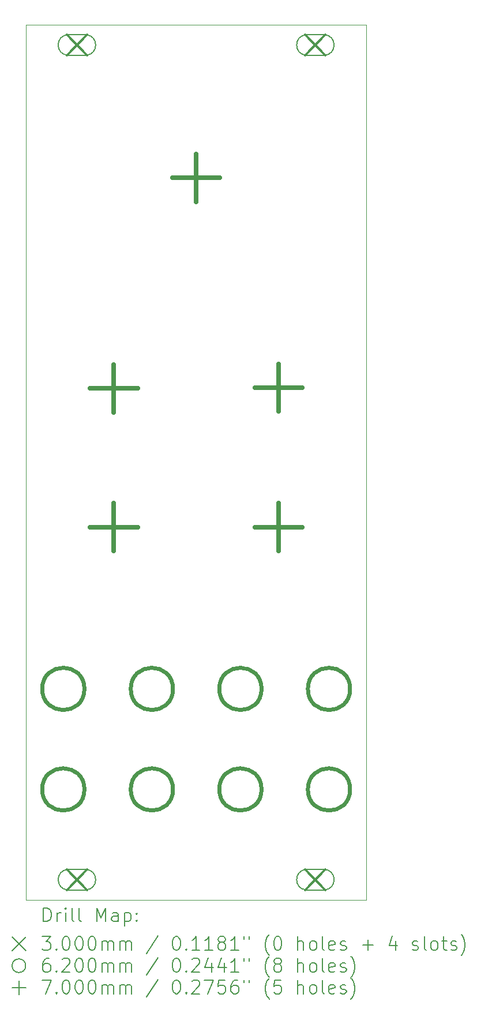
<source format=gbr>
%TF.GenerationSoftware,KiCad,Pcbnew,7.0.7-7.0.7~ubuntu22.04.1*%
%TF.CreationDate,2023-12-10T22:01:32+01:00*%
%TF.ProjectId,CD40106_VCO,43443430-3130-4365-9f56-434f2e6b6963,rev?*%
%TF.SameCoordinates,Original*%
%TF.FileFunction,Drillmap*%
%TF.FilePolarity,Positive*%
%FSLAX45Y45*%
G04 Gerber Fmt 4.5, Leading zero omitted, Abs format (unit mm)*
G04 Created by KiCad (PCBNEW 7.0.7-7.0.7~ubuntu22.04.1) date 2023-12-10 22:01:32*
%MOMM*%
%LPD*%
G01*
G04 APERTURE LIST*
%ADD10C,0.050000*%
%ADD11C,0.200000*%
%ADD12C,0.300000*%
%ADD13C,0.620000*%
%ADD14C,0.700000*%
G04 APERTURE END LIST*
D10*
X13800000Y-2750000D02*
X13800000Y-15600000D01*
X8800000Y-2750000D02*
X8800000Y-15600000D01*
X13800000Y-15600000D02*
X8800000Y-15600000D01*
X8800000Y-2750000D02*
X13800000Y-2750000D01*
D11*
D12*
X9400000Y-2900000D02*
X9700000Y-3200000D01*
X9700000Y-2900000D02*
X9400000Y-3200000D01*
D11*
X9425000Y-3200000D02*
X9675000Y-3200000D01*
X9675000Y-3200000D02*
G75*
G03*
X9675000Y-2900000I0J150000D01*
G01*
X9675000Y-2900000D02*
X9425000Y-2900000D01*
X9425000Y-2900000D02*
G75*
G03*
X9425000Y-3200000I0J-150000D01*
G01*
D12*
X9400000Y-15150000D02*
X9700000Y-15450000D01*
X9700000Y-15150000D02*
X9400000Y-15450000D01*
D11*
X9425000Y-15450000D02*
X9675000Y-15450000D01*
X9675000Y-15450000D02*
G75*
G03*
X9675000Y-15150000I0J150000D01*
G01*
X9675000Y-15150000D02*
X9425000Y-15150000D01*
X9425000Y-15150000D02*
G75*
G03*
X9425000Y-15450000I0J-150000D01*
G01*
D12*
X12900000Y-2900000D02*
X13200000Y-3200000D01*
X13200000Y-2900000D02*
X12900000Y-3200000D01*
D11*
X12925000Y-3200000D02*
X13175000Y-3200000D01*
X13175000Y-3200000D02*
G75*
G03*
X13175000Y-2900000I0J150000D01*
G01*
X13175000Y-2900000D02*
X12925000Y-2900000D01*
X12925000Y-2900000D02*
G75*
G03*
X12925000Y-3200000I0J-150000D01*
G01*
D12*
X12900000Y-15150000D02*
X13200000Y-15450000D01*
X13200000Y-15150000D02*
X12900000Y-15450000D01*
D11*
X12925000Y-15450000D02*
X13175000Y-15450000D01*
X13175000Y-15450000D02*
G75*
G03*
X13175000Y-15150000I0J150000D01*
G01*
X13175000Y-15150000D02*
X12925000Y-15150000D01*
X12925000Y-15150000D02*
G75*
G03*
X12925000Y-15450000I0J-150000D01*
G01*
D13*
X9660000Y-12500000D02*
G75*
G03*
X9660000Y-12500000I-310000J0D01*
G01*
X9660000Y-13975000D02*
G75*
G03*
X9660000Y-13975000I-310000J0D01*
G01*
X10960000Y-12500000D02*
G75*
G03*
X10960000Y-12500000I-310000J0D01*
G01*
X10960000Y-13975000D02*
G75*
G03*
X10960000Y-13975000I-310000J0D01*
G01*
X12260000Y-12500000D02*
G75*
G03*
X12260000Y-12500000I-310000J0D01*
G01*
X12260000Y-13975000D02*
G75*
G03*
X12260000Y-13975000I-310000J0D01*
G01*
X13560000Y-12500000D02*
G75*
G03*
X13560000Y-12500000I-310000J0D01*
G01*
X13560000Y-13975000D02*
G75*
G03*
X13560000Y-13975000I-310000J0D01*
G01*
D14*
X10090000Y-7740000D02*
X10090000Y-8440000D01*
X9740000Y-8090000D02*
X10440000Y-8090000D01*
X10090000Y-9775000D02*
X10090000Y-10475000D01*
X9740000Y-10125000D02*
X10440000Y-10125000D01*
X11300000Y-4650000D02*
X11300000Y-5350000D01*
X10950000Y-5000000D02*
X11650000Y-5000000D01*
X12510000Y-7730000D02*
X12510000Y-8430000D01*
X12160000Y-8080000D02*
X12860000Y-8080000D01*
X12510000Y-9775000D02*
X12510000Y-10475000D01*
X12160000Y-10125000D02*
X12860000Y-10125000D01*
D11*
X9058277Y-15913984D02*
X9058277Y-15713984D01*
X9058277Y-15713984D02*
X9105896Y-15713984D01*
X9105896Y-15713984D02*
X9134467Y-15723508D01*
X9134467Y-15723508D02*
X9153515Y-15742555D01*
X9153515Y-15742555D02*
X9163039Y-15761603D01*
X9163039Y-15761603D02*
X9172562Y-15799698D01*
X9172562Y-15799698D02*
X9172562Y-15828269D01*
X9172562Y-15828269D02*
X9163039Y-15866365D01*
X9163039Y-15866365D02*
X9153515Y-15885412D01*
X9153515Y-15885412D02*
X9134467Y-15904460D01*
X9134467Y-15904460D02*
X9105896Y-15913984D01*
X9105896Y-15913984D02*
X9058277Y-15913984D01*
X9258277Y-15913984D02*
X9258277Y-15780650D01*
X9258277Y-15818746D02*
X9267801Y-15799698D01*
X9267801Y-15799698D02*
X9277324Y-15790174D01*
X9277324Y-15790174D02*
X9296372Y-15780650D01*
X9296372Y-15780650D02*
X9315420Y-15780650D01*
X9382086Y-15913984D02*
X9382086Y-15780650D01*
X9382086Y-15713984D02*
X9372562Y-15723508D01*
X9372562Y-15723508D02*
X9382086Y-15733031D01*
X9382086Y-15733031D02*
X9391610Y-15723508D01*
X9391610Y-15723508D02*
X9382086Y-15713984D01*
X9382086Y-15713984D02*
X9382086Y-15733031D01*
X9505896Y-15913984D02*
X9486848Y-15904460D01*
X9486848Y-15904460D02*
X9477324Y-15885412D01*
X9477324Y-15885412D02*
X9477324Y-15713984D01*
X9610658Y-15913984D02*
X9591610Y-15904460D01*
X9591610Y-15904460D02*
X9582086Y-15885412D01*
X9582086Y-15885412D02*
X9582086Y-15713984D01*
X9839229Y-15913984D02*
X9839229Y-15713984D01*
X9839229Y-15713984D02*
X9905896Y-15856841D01*
X9905896Y-15856841D02*
X9972562Y-15713984D01*
X9972562Y-15713984D02*
X9972562Y-15913984D01*
X10153515Y-15913984D02*
X10153515Y-15809222D01*
X10153515Y-15809222D02*
X10143991Y-15790174D01*
X10143991Y-15790174D02*
X10124943Y-15780650D01*
X10124943Y-15780650D02*
X10086848Y-15780650D01*
X10086848Y-15780650D02*
X10067801Y-15790174D01*
X10153515Y-15904460D02*
X10134467Y-15913984D01*
X10134467Y-15913984D02*
X10086848Y-15913984D01*
X10086848Y-15913984D02*
X10067801Y-15904460D01*
X10067801Y-15904460D02*
X10058277Y-15885412D01*
X10058277Y-15885412D02*
X10058277Y-15866365D01*
X10058277Y-15866365D02*
X10067801Y-15847317D01*
X10067801Y-15847317D02*
X10086848Y-15837793D01*
X10086848Y-15837793D02*
X10134467Y-15837793D01*
X10134467Y-15837793D02*
X10153515Y-15828269D01*
X10248753Y-15780650D02*
X10248753Y-15980650D01*
X10248753Y-15790174D02*
X10267801Y-15780650D01*
X10267801Y-15780650D02*
X10305896Y-15780650D01*
X10305896Y-15780650D02*
X10324943Y-15790174D01*
X10324943Y-15790174D02*
X10334467Y-15799698D01*
X10334467Y-15799698D02*
X10343991Y-15818746D01*
X10343991Y-15818746D02*
X10343991Y-15875888D01*
X10343991Y-15875888D02*
X10334467Y-15894936D01*
X10334467Y-15894936D02*
X10324943Y-15904460D01*
X10324943Y-15904460D02*
X10305896Y-15913984D01*
X10305896Y-15913984D02*
X10267801Y-15913984D01*
X10267801Y-15913984D02*
X10248753Y-15904460D01*
X10429705Y-15894936D02*
X10439229Y-15904460D01*
X10439229Y-15904460D02*
X10429705Y-15913984D01*
X10429705Y-15913984D02*
X10420182Y-15904460D01*
X10420182Y-15904460D02*
X10429705Y-15894936D01*
X10429705Y-15894936D02*
X10429705Y-15913984D01*
X10429705Y-15790174D02*
X10439229Y-15799698D01*
X10439229Y-15799698D02*
X10429705Y-15809222D01*
X10429705Y-15809222D02*
X10420182Y-15799698D01*
X10420182Y-15799698D02*
X10429705Y-15790174D01*
X10429705Y-15790174D02*
X10429705Y-15809222D01*
X8597500Y-16142500D02*
X8797500Y-16342500D01*
X8797500Y-16142500D02*
X8597500Y-16342500D01*
X9039229Y-16133984D02*
X9163039Y-16133984D01*
X9163039Y-16133984D02*
X9096372Y-16210174D01*
X9096372Y-16210174D02*
X9124943Y-16210174D01*
X9124943Y-16210174D02*
X9143991Y-16219698D01*
X9143991Y-16219698D02*
X9153515Y-16229222D01*
X9153515Y-16229222D02*
X9163039Y-16248269D01*
X9163039Y-16248269D02*
X9163039Y-16295888D01*
X9163039Y-16295888D02*
X9153515Y-16314936D01*
X9153515Y-16314936D02*
X9143991Y-16324460D01*
X9143991Y-16324460D02*
X9124943Y-16333984D01*
X9124943Y-16333984D02*
X9067801Y-16333984D01*
X9067801Y-16333984D02*
X9048753Y-16324460D01*
X9048753Y-16324460D02*
X9039229Y-16314936D01*
X9248753Y-16314936D02*
X9258277Y-16324460D01*
X9258277Y-16324460D02*
X9248753Y-16333984D01*
X9248753Y-16333984D02*
X9239229Y-16324460D01*
X9239229Y-16324460D02*
X9248753Y-16314936D01*
X9248753Y-16314936D02*
X9248753Y-16333984D01*
X9382086Y-16133984D02*
X9401134Y-16133984D01*
X9401134Y-16133984D02*
X9420182Y-16143508D01*
X9420182Y-16143508D02*
X9429705Y-16153031D01*
X9429705Y-16153031D02*
X9439229Y-16172079D01*
X9439229Y-16172079D02*
X9448753Y-16210174D01*
X9448753Y-16210174D02*
X9448753Y-16257793D01*
X9448753Y-16257793D02*
X9439229Y-16295888D01*
X9439229Y-16295888D02*
X9429705Y-16314936D01*
X9429705Y-16314936D02*
X9420182Y-16324460D01*
X9420182Y-16324460D02*
X9401134Y-16333984D01*
X9401134Y-16333984D02*
X9382086Y-16333984D01*
X9382086Y-16333984D02*
X9363039Y-16324460D01*
X9363039Y-16324460D02*
X9353515Y-16314936D01*
X9353515Y-16314936D02*
X9343991Y-16295888D01*
X9343991Y-16295888D02*
X9334467Y-16257793D01*
X9334467Y-16257793D02*
X9334467Y-16210174D01*
X9334467Y-16210174D02*
X9343991Y-16172079D01*
X9343991Y-16172079D02*
X9353515Y-16153031D01*
X9353515Y-16153031D02*
X9363039Y-16143508D01*
X9363039Y-16143508D02*
X9382086Y-16133984D01*
X9572562Y-16133984D02*
X9591610Y-16133984D01*
X9591610Y-16133984D02*
X9610658Y-16143508D01*
X9610658Y-16143508D02*
X9620182Y-16153031D01*
X9620182Y-16153031D02*
X9629705Y-16172079D01*
X9629705Y-16172079D02*
X9639229Y-16210174D01*
X9639229Y-16210174D02*
X9639229Y-16257793D01*
X9639229Y-16257793D02*
X9629705Y-16295888D01*
X9629705Y-16295888D02*
X9620182Y-16314936D01*
X9620182Y-16314936D02*
X9610658Y-16324460D01*
X9610658Y-16324460D02*
X9591610Y-16333984D01*
X9591610Y-16333984D02*
X9572562Y-16333984D01*
X9572562Y-16333984D02*
X9553515Y-16324460D01*
X9553515Y-16324460D02*
X9543991Y-16314936D01*
X9543991Y-16314936D02*
X9534467Y-16295888D01*
X9534467Y-16295888D02*
X9524943Y-16257793D01*
X9524943Y-16257793D02*
X9524943Y-16210174D01*
X9524943Y-16210174D02*
X9534467Y-16172079D01*
X9534467Y-16172079D02*
X9543991Y-16153031D01*
X9543991Y-16153031D02*
X9553515Y-16143508D01*
X9553515Y-16143508D02*
X9572562Y-16133984D01*
X9763039Y-16133984D02*
X9782086Y-16133984D01*
X9782086Y-16133984D02*
X9801134Y-16143508D01*
X9801134Y-16143508D02*
X9810658Y-16153031D01*
X9810658Y-16153031D02*
X9820182Y-16172079D01*
X9820182Y-16172079D02*
X9829705Y-16210174D01*
X9829705Y-16210174D02*
X9829705Y-16257793D01*
X9829705Y-16257793D02*
X9820182Y-16295888D01*
X9820182Y-16295888D02*
X9810658Y-16314936D01*
X9810658Y-16314936D02*
X9801134Y-16324460D01*
X9801134Y-16324460D02*
X9782086Y-16333984D01*
X9782086Y-16333984D02*
X9763039Y-16333984D01*
X9763039Y-16333984D02*
X9743991Y-16324460D01*
X9743991Y-16324460D02*
X9734467Y-16314936D01*
X9734467Y-16314936D02*
X9724943Y-16295888D01*
X9724943Y-16295888D02*
X9715420Y-16257793D01*
X9715420Y-16257793D02*
X9715420Y-16210174D01*
X9715420Y-16210174D02*
X9724943Y-16172079D01*
X9724943Y-16172079D02*
X9734467Y-16153031D01*
X9734467Y-16153031D02*
X9743991Y-16143508D01*
X9743991Y-16143508D02*
X9763039Y-16133984D01*
X9915420Y-16333984D02*
X9915420Y-16200650D01*
X9915420Y-16219698D02*
X9924943Y-16210174D01*
X9924943Y-16210174D02*
X9943991Y-16200650D01*
X9943991Y-16200650D02*
X9972563Y-16200650D01*
X9972563Y-16200650D02*
X9991610Y-16210174D01*
X9991610Y-16210174D02*
X10001134Y-16229222D01*
X10001134Y-16229222D02*
X10001134Y-16333984D01*
X10001134Y-16229222D02*
X10010658Y-16210174D01*
X10010658Y-16210174D02*
X10029705Y-16200650D01*
X10029705Y-16200650D02*
X10058277Y-16200650D01*
X10058277Y-16200650D02*
X10077324Y-16210174D01*
X10077324Y-16210174D02*
X10086848Y-16229222D01*
X10086848Y-16229222D02*
X10086848Y-16333984D01*
X10182086Y-16333984D02*
X10182086Y-16200650D01*
X10182086Y-16219698D02*
X10191610Y-16210174D01*
X10191610Y-16210174D02*
X10210658Y-16200650D01*
X10210658Y-16200650D02*
X10239229Y-16200650D01*
X10239229Y-16200650D02*
X10258277Y-16210174D01*
X10258277Y-16210174D02*
X10267801Y-16229222D01*
X10267801Y-16229222D02*
X10267801Y-16333984D01*
X10267801Y-16229222D02*
X10277324Y-16210174D01*
X10277324Y-16210174D02*
X10296372Y-16200650D01*
X10296372Y-16200650D02*
X10324943Y-16200650D01*
X10324943Y-16200650D02*
X10343991Y-16210174D01*
X10343991Y-16210174D02*
X10353515Y-16229222D01*
X10353515Y-16229222D02*
X10353515Y-16333984D01*
X10743991Y-16124460D02*
X10572563Y-16381603D01*
X11001134Y-16133984D02*
X11020182Y-16133984D01*
X11020182Y-16133984D02*
X11039229Y-16143508D01*
X11039229Y-16143508D02*
X11048753Y-16153031D01*
X11048753Y-16153031D02*
X11058277Y-16172079D01*
X11058277Y-16172079D02*
X11067801Y-16210174D01*
X11067801Y-16210174D02*
X11067801Y-16257793D01*
X11067801Y-16257793D02*
X11058277Y-16295888D01*
X11058277Y-16295888D02*
X11048753Y-16314936D01*
X11048753Y-16314936D02*
X11039229Y-16324460D01*
X11039229Y-16324460D02*
X11020182Y-16333984D01*
X11020182Y-16333984D02*
X11001134Y-16333984D01*
X11001134Y-16333984D02*
X10982086Y-16324460D01*
X10982086Y-16324460D02*
X10972563Y-16314936D01*
X10972563Y-16314936D02*
X10963039Y-16295888D01*
X10963039Y-16295888D02*
X10953515Y-16257793D01*
X10953515Y-16257793D02*
X10953515Y-16210174D01*
X10953515Y-16210174D02*
X10963039Y-16172079D01*
X10963039Y-16172079D02*
X10972563Y-16153031D01*
X10972563Y-16153031D02*
X10982086Y-16143508D01*
X10982086Y-16143508D02*
X11001134Y-16133984D01*
X11153515Y-16314936D02*
X11163039Y-16324460D01*
X11163039Y-16324460D02*
X11153515Y-16333984D01*
X11153515Y-16333984D02*
X11143991Y-16324460D01*
X11143991Y-16324460D02*
X11153515Y-16314936D01*
X11153515Y-16314936D02*
X11153515Y-16333984D01*
X11353515Y-16333984D02*
X11239229Y-16333984D01*
X11296372Y-16333984D02*
X11296372Y-16133984D01*
X11296372Y-16133984D02*
X11277324Y-16162555D01*
X11277324Y-16162555D02*
X11258277Y-16181603D01*
X11258277Y-16181603D02*
X11239229Y-16191127D01*
X11543991Y-16333984D02*
X11429705Y-16333984D01*
X11486848Y-16333984D02*
X11486848Y-16133984D01*
X11486848Y-16133984D02*
X11467801Y-16162555D01*
X11467801Y-16162555D02*
X11448753Y-16181603D01*
X11448753Y-16181603D02*
X11429705Y-16191127D01*
X11658277Y-16219698D02*
X11639229Y-16210174D01*
X11639229Y-16210174D02*
X11629705Y-16200650D01*
X11629705Y-16200650D02*
X11620182Y-16181603D01*
X11620182Y-16181603D02*
X11620182Y-16172079D01*
X11620182Y-16172079D02*
X11629705Y-16153031D01*
X11629705Y-16153031D02*
X11639229Y-16143508D01*
X11639229Y-16143508D02*
X11658277Y-16133984D01*
X11658277Y-16133984D02*
X11696372Y-16133984D01*
X11696372Y-16133984D02*
X11715420Y-16143508D01*
X11715420Y-16143508D02*
X11724944Y-16153031D01*
X11724944Y-16153031D02*
X11734467Y-16172079D01*
X11734467Y-16172079D02*
X11734467Y-16181603D01*
X11734467Y-16181603D02*
X11724944Y-16200650D01*
X11724944Y-16200650D02*
X11715420Y-16210174D01*
X11715420Y-16210174D02*
X11696372Y-16219698D01*
X11696372Y-16219698D02*
X11658277Y-16219698D01*
X11658277Y-16219698D02*
X11639229Y-16229222D01*
X11639229Y-16229222D02*
X11629705Y-16238746D01*
X11629705Y-16238746D02*
X11620182Y-16257793D01*
X11620182Y-16257793D02*
X11620182Y-16295888D01*
X11620182Y-16295888D02*
X11629705Y-16314936D01*
X11629705Y-16314936D02*
X11639229Y-16324460D01*
X11639229Y-16324460D02*
X11658277Y-16333984D01*
X11658277Y-16333984D02*
X11696372Y-16333984D01*
X11696372Y-16333984D02*
X11715420Y-16324460D01*
X11715420Y-16324460D02*
X11724944Y-16314936D01*
X11724944Y-16314936D02*
X11734467Y-16295888D01*
X11734467Y-16295888D02*
X11734467Y-16257793D01*
X11734467Y-16257793D02*
X11724944Y-16238746D01*
X11724944Y-16238746D02*
X11715420Y-16229222D01*
X11715420Y-16229222D02*
X11696372Y-16219698D01*
X11924944Y-16333984D02*
X11810658Y-16333984D01*
X11867801Y-16333984D02*
X11867801Y-16133984D01*
X11867801Y-16133984D02*
X11848753Y-16162555D01*
X11848753Y-16162555D02*
X11829705Y-16181603D01*
X11829705Y-16181603D02*
X11810658Y-16191127D01*
X12001134Y-16133984D02*
X12001134Y-16172079D01*
X12077325Y-16133984D02*
X12077325Y-16172079D01*
X12372563Y-16410174D02*
X12363039Y-16400650D01*
X12363039Y-16400650D02*
X12343991Y-16372079D01*
X12343991Y-16372079D02*
X12334467Y-16353031D01*
X12334467Y-16353031D02*
X12324944Y-16324460D01*
X12324944Y-16324460D02*
X12315420Y-16276841D01*
X12315420Y-16276841D02*
X12315420Y-16238746D01*
X12315420Y-16238746D02*
X12324944Y-16191127D01*
X12324944Y-16191127D02*
X12334467Y-16162555D01*
X12334467Y-16162555D02*
X12343991Y-16143508D01*
X12343991Y-16143508D02*
X12363039Y-16114936D01*
X12363039Y-16114936D02*
X12372563Y-16105412D01*
X12486848Y-16133984D02*
X12505896Y-16133984D01*
X12505896Y-16133984D02*
X12524944Y-16143508D01*
X12524944Y-16143508D02*
X12534467Y-16153031D01*
X12534467Y-16153031D02*
X12543991Y-16172079D01*
X12543991Y-16172079D02*
X12553515Y-16210174D01*
X12553515Y-16210174D02*
X12553515Y-16257793D01*
X12553515Y-16257793D02*
X12543991Y-16295888D01*
X12543991Y-16295888D02*
X12534467Y-16314936D01*
X12534467Y-16314936D02*
X12524944Y-16324460D01*
X12524944Y-16324460D02*
X12505896Y-16333984D01*
X12505896Y-16333984D02*
X12486848Y-16333984D01*
X12486848Y-16333984D02*
X12467801Y-16324460D01*
X12467801Y-16324460D02*
X12458277Y-16314936D01*
X12458277Y-16314936D02*
X12448753Y-16295888D01*
X12448753Y-16295888D02*
X12439229Y-16257793D01*
X12439229Y-16257793D02*
X12439229Y-16210174D01*
X12439229Y-16210174D02*
X12448753Y-16172079D01*
X12448753Y-16172079D02*
X12458277Y-16153031D01*
X12458277Y-16153031D02*
X12467801Y-16143508D01*
X12467801Y-16143508D02*
X12486848Y-16133984D01*
X12791610Y-16333984D02*
X12791610Y-16133984D01*
X12877325Y-16333984D02*
X12877325Y-16229222D01*
X12877325Y-16229222D02*
X12867801Y-16210174D01*
X12867801Y-16210174D02*
X12848753Y-16200650D01*
X12848753Y-16200650D02*
X12820182Y-16200650D01*
X12820182Y-16200650D02*
X12801134Y-16210174D01*
X12801134Y-16210174D02*
X12791610Y-16219698D01*
X13001134Y-16333984D02*
X12982087Y-16324460D01*
X12982087Y-16324460D02*
X12972563Y-16314936D01*
X12972563Y-16314936D02*
X12963039Y-16295888D01*
X12963039Y-16295888D02*
X12963039Y-16238746D01*
X12963039Y-16238746D02*
X12972563Y-16219698D01*
X12972563Y-16219698D02*
X12982087Y-16210174D01*
X12982087Y-16210174D02*
X13001134Y-16200650D01*
X13001134Y-16200650D02*
X13029706Y-16200650D01*
X13029706Y-16200650D02*
X13048753Y-16210174D01*
X13048753Y-16210174D02*
X13058277Y-16219698D01*
X13058277Y-16219698D02*
X13067801Y-16238746D01*
X13067801Y-16238746D02*
X13067801Y-16295888D01*
X13067801Y-16295888D02*
X13058277Y-16314936D01*
X13058277Y-16314936D02*
X13048753Y-16324460D01*
X13048753Y-16324460D02*
X13029706Y-16333984D01*
X13029706Y-16333984D02*
X13001134Y-16333984D01*
X13182087Y-16333984D02*
X13163039Y-16324460D01*
X13163039Y-16324460D02*
X13153515Y-16305412D01*
X13153515Y-16305412D02*
X13153515Y-16133984D01*
X13334468Y-16324460D02*
X13315420Y-16333984D01*
X13315420Y-16333984D02*
X13277325Y-16333984D01*
X13277325Y-16333984D02*
X13258277Y-16324460D01*
X13258277Y-16324460D02*
X13248753Y-16305412D01*
X13248753Y-16305412D02*
X13248753Y-16229222D01*
X13248753Y-16229222D02*
X13258277Y-16210174D01*
X13258277Y-16210174D02*
X13277325Y-16200650D01*
X13277325Y-16200650D02*
X13315420Y-16200650D01*
X13315420Y-16200650D02*
X13334468Y-16210174D01*
X13334468Y-16210174D02*
X13343991Y-16229222D01*
X13343991Y-16229222D02*
X13343991Y-16248269D01*
X13343991Y-16248269D02*
X13248753Y-16267317D01*
X13420182Y-16324460D02*
X13439229Y-16333984D01*
X13439229Y-16333984D02*
X13477325Y-16333984D01*
X13477325Y-16333984D02*
X13496372Y-16324460D01*
X13496372Y-16324460D02*
X13505896Y-16305412D01*
X13505896Y-16305412D02*
X13505896Y-16295888D01*
X13505896Y-16295888D02*
X13496372Y-16276841D01*
X13496372Y-16276841D02*
X13477325Y-16267317D01*
X13477325Y-16267317D02*
X13448753Y-16267317D01*
X13448753Y-16267317D02*
X13429706Y-16257793D01*
X13429706Y-16257793D02*
X13420182Y-16238746D01*
X13420182Y-16238746D02*
X13420182Y-16229222D01*
X13420182Y-16229222D02*
X13429706Y-16210174D01*
X13429706Y-16210174D02*
X13448753Y-16200650D01*
X13448753Y-16200650D02*
X13477325Y-16200650D01*
X13477325Y-16200650D02*
X13496372Y-16210174D01*
X13743991Y-16257793D02*
X13896372Y-16257793D01*
X13820182Y-16333984D02*
X13820182Y-16181603D01*
X14229706Y-16200650D02*
X14229706Y-16333984D01*
X14182087Y-16124460D02*
X14134468Y-16267317D01*
X14134468Y-16267317D02*
X14258277Y-16267317D01*
X14477325Y-16324460D02*
X14496372Y-16333984D01*
X14496372Y-16333984D02*
X14534468Y-16333984D01*
X14534468Y-16333984D02*
X14553515Y-16324460D01*
X14553515Y-16324460D02*
X14563039Y-16305412D01*
X14563039Y-16305412D02*
X14563039Y-16295888D01*
X14563039Y-16295888D02*
X14553515Y-16276841D01*
X14553515Y-16276841D02*
X14534468Y-16267317D01*
X14534468Y-16267317D02*
X14505896Y-16267317D01*
X14505896Y-16267317D02*
X14486849Y-16257793D01*
X14486849Y-16257793D02*
X14477325Y-16238746D01*
X14477325Y-16238746D02*
X14477325Y-16229222D01*
X14477325Y-16229222D02*
X14486849Y-16210174D01*
X14486849Y-16210174D02*
X14505896Y-16200650D01*
X14505896Y-16200650D02*
X14534468Y-16200650D01*
X14534468Y-16200650D02*
X14553515Y-16210174D01*
X14677325Y-16333984D02*
X14658277Y-16324460D01*
X14658277Y-16324460D02*
X14648753Y-16305412D01*
X14648753Y-16305412D02*
X14648753Y-16133984D01*
X14782087Y-16333984D02*
X14763039Y-16324460D01*
X14763039Y-16324460D02*
X14753515Y-16314936D01*
X14753515Y-16314936D02*
X14743992Y-16295888D01*
X14743992Y-16295888D02*
X14743992Y-16238746D01*
X14743992Y-16238746D02*
X14753515Y-16219698D01*
X14753515Y-16219698D02*
X14763039Y-16210174D01*
X14763039Y-16210174D02*
X14782087Y-16200650D01*
X14782087Y-16200650D02*
X14810658Y-16200650D01*
X14810658Y-16200650D02*
X14829706Y-16210174D01*
X14829706Y-16210174D02*
X14839230Y-16219698D01*
X14839230Y-16219698D02*
X14848753Y-16238746D01*
X14848753Y-16238746D02*
X14848753Y-16295888D01*
X14848753Y-16295888D02*
X14839230Y-16314936D01*
X14839230Y-16314936D02*
X14829706Y-16324460D01*
X14829706Y-16324460D02*
X14810658Y-16333984D01*
X14810658Y-16333984D02*
X14782087Y-16333984D01*
X14905896Y-16200650D02*
X14982087Y-16200650D01*
X14934468Y-16133984D02*
X14934468Y-16305412D01*
X14934468Y-16305412D02*
X14943992Y-16324460D01*
X14943992Y-16324460D02*
X14963039Y-16333984D01*
X14963039Y-16333984D02*
X14982087Y-16333984D01*
X15039230Y-16324460D02*
X15058277Y-16333984D01*
X15058277Y-16333984D02*
X15096372Y-16333984D01*
X15096372Y-16333984D02*
X15115420Y-16324460D01*
X15115420Y-16324460D02*
X15124944Y-16305412D01*
X15124944Y-16305412D02*
X15124944Y-16295888D01*
X15124944Y-16295888D02*
X15115420Y-16276841D01*
X15115420Y-16276841D02*
X15096372Y-16267317D01*
X15096372Y-16267317D02*
X15067801Y-16267317D01*
X15067801Y-16267317D02*
X15048753Y-16257793D01*
X15048753Y-16257793D02*
X15039230Y-16238746D01*
X15039230Y-16238746D02*
X15039230Y-16229222D01*
X15039230Y-16229222D02*
X15048753Y-16210174D01*
X15048753Y-16210174D02*
X15067801Y-16200650D01*
X15067801Y-16200650D02*
X15096372Y-16200650D01*
X15096372Y-16200650D02*
X15115420Y-16210174D01*
X15191611Y-16410174D02*
X15201134Y-16400650D01*
X15201134Y-16400650D02*
X15220182Y-16372079D01*
X15220182Y-16372079D02*
X15229706Y-16353031D01*
X15229706Y-16353031D02*
X15239230Y-16324460D01*
X15239230Y-16324460D02*
X15248753Y-16276841D01*
X15248753Y-16276841D02*
X15248753Y-16238746D01*
X15248753Y-16238746D02*
X15239230Y-16191127D01*
X15239230Y-16191127D02*
X15229706Y-16162555D01*
X15229706Y-16162555D02*
X15220182Y-16143508D01*
X15220182Y-16143508D02*
X15201134Y-16114936D01*
X15201134Y-16114936D02*
X15191611Y-16105412D01*
X8797500Y-16562500D02*
G75*
G03*
X8797500Y-16562500I-100000J0D01*
G01*
X9143991Y-16453984D02*
X9105896Y-16453984D01*
X9105896Y-16453984D02*
X9086848Y-16463508D01*
X9086848Y-16463508D02*
X9077324Y-16473031D01*
X9077324Y-16473031D02*
X9058277Y-16501603D01*
X9058277Y-16501603D02*
X9048753Y-16539698D01*
X9048753Y-16539698D02*
X9048753Y-16615888D01*
X9048753Y-16615888D02*
X9058277Y-16634936D01*
X9058277Y-16634936D02*
X9067801Y-16644460D01*
X9067801Y-16644460D02*
X9086848Y-16653984D01*
X9086848Y-16653984D02*
X9124943Y-16653984D01*
X9124943Y-16653984D02*
X9143991Y-16644460D01*
X9143991Y-16644460D02*
X9153515Y-16634936D01*
X9153515Y-16634936D02*
X9163039Y-16615888D01*
X9163039Y-16615888D02*
X9163039Y-16568269D01*
X9163039Y-16568269D02*
X9153515Y-16549222D01*
X9153515Y-16549222D02*
X9143991Y-16539698D01*
X9143991Y-16539698D02*
X9124943Y-16530174D01*
X9124943Y-16530174D02*
X9086848Y-16530174D01*
X9086848Y-16530174D02*
X9067801Y-16539698D01*
X9067801Y-16539698D02*
X9058277Y-16549222D01*
X9058277Y-16549222D02*
X9048753Y-16568269D01*
X9248753Y-16634936D02*
X9258277Y-16644460D01*
X9258277Y-16644460D02*
X9248753Y-16653984D01*
X9248753Y-16653984D02*
X9239229Y-16644460D01*
X9239229Y-16644460D02*
X9248753Y-16634936D01*
X9248753Y-16634936D02*
X9248753Y-16653984D01*
X9334467Y-16473031D02*
X9343991Y-16463508D01*
X9343991Y-16463508D02*
X9363039Y-16453984D01*
X9363039Y-16453984D02*
X9410658Y-16453984D01*
X9410658Y-16453984D02*
X9429705Y-16463508D01*
X9429705Y-16463508D02*
X9439229Y-16473031D01*
X9439229Y-16473031D02*
X9448753Y-16492079D01*
X9448753Y-16492079D02*
X9448753Y-16511127D01*
X9448753Y-16511127D02*
X9439229Y-16539698D01*
X9439229Y-16539698D02*
X9324943Y-16653984D01*
X9324943Y-16653984D02*
X9448753Y-16653984D01*
X9572562Y-16453984D02*
X9591610Y-16453984D01*
X9591610Y-16453984D02*
X9610658Y-16463508D01*
X9610658Y-16463508D02*
X9620182Y-16473031D01*
X9620182Y-16473031D02*
X9629705Y-16492079D01*
X9629705Y-16492079D02*
X9639229Y-16530174D01*
X9639229Y-16530174D02*
X9639229Y-16577793D01*
X9639229Y-16577793D02*
X9629705Y-16615888D01*
X9629705Y-16615888D02*
X9620182Y-16634936D01*
X9620182Y-16634936D02*
X9610658Y-16644460D01*
X9610658Y-16644460D02*
X9591610Y-16653984D01*
X9591610Y-16653984D02*
X9572562Y-16653984D01*
X9572562Y-16653984D02*
X9553515Y-16644460D01*
X9553515Y-16644460D02*
X9543991Y-16634936D01*
X9543991Y-16634936D02*
X9534467Y-16615888D01*
X9534467Y-16615888D02*
X9524943Y-16577793D01*
X9524943Y-16577793D02*
X9524943Y-16530174D01*
X9524943Y-16530174D02*
X9534467Y-16492079D01*
X9534467Y-16492079D02*
X9543991Y-16473031D01*
X9543991Y-16473031D02*
X9553515Y-16463508D01*
X9553515Y-16463508D02*
X9572562Y-16453984D01*
X9763039Y-16453984D02*
X9782086Y-16453984D01*
X9782086Y-16453984D02*
X9801134Y-16463508D01*
X9801134Y-16463508D02*
X9810658Y-16473031D01*
X9810658Y-16473031D02*
X9820182Y-16492079D01*
X9820182Y-16492079D02*
X9829705Y-16530174D01*
X9829705Y-16530174D02*
X9829705Y-16577793D01*
X9829705Y-16577793D02*
X9820182Y-16615888D01*
X9820182Y-16615888D02*
X9810658Y-16634936D01*
X9810658Y-16634936D02*
X9801134Y-16644460D01*
X9801134Y-16644460D02*
X9782086Y-16653984D01*
X9782086Y-16653984D02*
X9763039Y-16653984D01*
X9763039Y-16653984D02*
X9743991Y-16644460D01*
X9743991Y-16644460D02*
X9734467Y-16634936D01*
X9734467Y-16634936D02*
X9724943Y-16615888D01*
X9724943Y-16615888D02*
X9715420Y-16577793D01*
X9715420Y-16577793D02*
X9715420Y-16530174D01*
X9715420Y-16530174D02*
X9724943Y-16492079D01*
X9724943Y-16492079D02*
X9734467Y-16473031D01*
X9734467Y-16473031D02*
X9743991Y-16463508D01*
X9743991Y-16463508D02*
X9763039Y-16453984D01*
X9915420Y-16653984D02*
X9915420Y-16520650D01*
X9915420Y-16539698D02*
X9924943Y-16530174D01*
X9924943Y-16530174D02*
X9943991Y-16520650D01*
X9943991Y-16520650D02*
X9972563Y-16520650D01*
X9972563Y-16520650D02*
X9991610Y-16530174D01*
X9991610Y-16530174D02*
X10001134Y-16549222D01*
X10001134Y-16549222D02*
X10001134Y-16653984D01*
X10001134Y-16549222D02*
X10010658Y-16530174D01*
X10010658Y-16530174D02*
X10029705Y-16520650D01*
X10029705Y-16520650D02*
X10058277Y-16520650D01*
X10058277Y-16520650D02*
X10077324Y-16530174D01*
X10077324Y-16530174D02*
X10086848Y-16549222D01*
X10086848Y-16549222D02*
X10086848Y-16653984D01*
X10182086Y-16653984D02*
X10182086Y-16520650D01*
X10182086Y-16539698D02*
X10191610Y-16530174D01*
X10191610Y-16530174D02*
X10210658Y-16520650D01*
X10210658Y-16520650D02*
X10239229Y-16520650D01*
X10239229Y-16520650D02*
X10258277Y-16530174D01*
X10258277Y-16530174D02*
X10267801Y-16549222D01*
X10267801Y-16549222D02*
X10267801Y-16653984D01*
X10267801Y-16549222D02*
X10277324Y-16530174D01*
X10277324Y-16530174D02*
X10296372Y-16520650D01*
X10296372Y-16520650D02*
X10324943Y-16520650D01*
X10324943Y-16520650D02*
X10343991Y-16530174D01*
X10343991Y-16530174D02*
X10353515Y-16549222D01*
X10353515Y-16549222D02*
X10353515Y-16653984D01*
X10743991Y-16444460D02*
X10572563Y-16701603D01*
X11001134Y-16453984D02*
X11020182Y-16453984D01*
X11020182Y-16453984D02*
X11039229Y-16463508D01*
X11039229Y-16463508D02*
X11048753Y-16473031D01*
X11048753Y-16473031D02*
X11058277Y-16492079D01*
X11058277Y-16492079D02*
X11067801Y-16530174D01*
X11067801Y-16530174D02*
X11067801Y-16577793D01*
X11067801Y-16577793D02*
X11058277Y-16615888D01*
X11058277Y-16615888D02*
X11048753Y-16634936D01*
X11048753Y-16634936D02*
X11039229Y-16644460D01*
X11039229Y-16644460D02*
X11020182Y-16653984D01*
X11020182Y-16653984D02*
X11001134Y-16653984D01*
X11001134Y-16653984D02*
X10982086Y-16644460D01*
X10982086Y-16644460D02*
X10972563Y-16634936D01*
X10972563Y-16634936D02*
X10963039Y-16615888D01*
X10963039Y-16615888D02*
X10953515Y-16577793D01*
X10953515Y-16577793D02*
X10953515Y-16530174D01*
X10953515Y-16530174D02*
X10963039Y-16492079D01*
X10963039Y-16492079D02*
X10972563Y-16473031D01*
X10972563Y-16473031D02*
X10982086Y-16463508D01*
X10982086Y-16463508D02*
X11001134Y-16453984D01*
X11153515Y-16634936D02*
X11163039Y-16644460D01*
X11163039Y-16644460D02*
X11153515Y-16653984D01*
X11153515Y-16653984D02*
X11143991Y-16644460D01*
X11143991Y-16644460D02*
X11153515Y-16634936D01*
X11153515Y-16634936D02*
X11153515Y-16653984D01*
X11239229Y-16473031D02*
X11248753Y-16463508D01*
X11248753Y-16463508D02*
X11267801Y-16453984D01*
X11267801Y-16453984D02*
X11315420Y-16453984D01*
X11315420Y-16453984D02*
X11334467Y-16463508D01*
X11334467Y-16463508D02*
X11343991Y-16473031D01*
X11343991Y-16473031D02*
X11353515Y-16492079D01*
X11353515Y-16492079D02*
X11353515Y-16511127D01*
X11353515Y-16511127D02*
X11343991Y-16539698D01*
X11343991Y-16539698D02*
X11229705Y-16653984D01*
X11229705Y-16653984D02*
X11353515Y-16653984D01*
X11524944Y-16520650D02*
X11524944Y-16653984D01*
X11477324Y-16444460D02*
X11429705Y-16587317D01*
X11429705Y-16587317D02*
X11553515Y-16587317D01*
X11715420Y-16520650D02*
X11715420Y-16653984D01*
X11667801Y-16444460D02*
X11620182Y-16587317D01*
X11620182Y-16587317D02*
X11743991Y-16587317D01*
X11924944Y-16653984D02*
X11810658Y-16653984D01*
X11867801Y-16653984D02*
X11867801Y-16453984D01*
X11867801Y-16453984D02*
X11848753Y-16482555D01*
X11848753Y-16482555D02*
X11829705Y-16501603D01*
X11829705Y-16501603D02*
X11810658Y-16511127D01*
X12001134Y-16453984D02*
X12001134Y-16492079D01*
X12077325Y-16453984D02*
X12077325Y-16492079D01*
X12372563Y-16730174D02*
X12363039Y-16720650D01*
X12363039Y-16720650D02*
X12343991Y-16692079D01*
X12343991Y-16692079D02*
X12334467Y-16673031D01*
X12334467Y-16673031D02*
X12324944Y-16644460D01*
X12324944Y-16644460D02*
X12315420Y-16596841D01*
X12315420Y-16596841D02*
X12315420Y-16558746D01*
X12315420Y-16558746D02*
X12324944Y-16511127D01*
X12324944Y-16511127D02*
X12334467Y-16482555D01*
X12334467Y-16482555D02*
X12343991Y-16463508D01*
X12343991Y-16463508D02*
X12363039Y-16434936D01*
X12363039Y-16434936D02*
X12372563Y-16425412D01*
X12477325Y-16539698D02*
X12458277Y-16530174D01*
X12458277Y-16530174D02*
X12448753Y-16520650D01*
X12448753Y-16520650D02*
X12439229Y-16501603D01*
X12439229Y-16501603D02*
X12439229Y-16492079D01*
X12439229Y-16492079D02*
X12448753Y-16473031D01*
X12448753Y-16473031D02*
X12458277Y-16463508D01*
X12458277Y-16463508D02*
X12477325Y-16453984D01*
X12477325Y-16453984D02*
X12515420Y-16453984D01*
X12515420Y-16453984D02*
X12534467Y-16463508D01*
X12534467Y-16463508D02*
X12543991Y-16473031D01*
X12543991Y-16473031D02*
X12553515Y-16492079D01*
X12553515Y-16492079D02*
X12553515Y-16501603D01*
X12553515Y-16501603D02*
X12543991Y-16520650D01*
X12543991Y-16520650D02*
X12534467Y-16530174D01*
X12534467Y-16530174D02*
X12515420Y-16539698D01*
X12515420Y-16539698D02*
X12477325Y-16539698D01*
X12477325Y-16539698D02*
X12458277Y-16549222D01*
X12458277Y-16549222D02*
X12448753Y-16558746D01*
X12448753Y-16558746D02*
X12439229Y-16577793D01*
X12439229Y-16577793D02*
X12439229Y-16615888D01*
X12439229Y-16615888D02*
X12448753Y-16634936D01*
X12448753Y-16634936D02*
X12458277Y-16644460D01*
X12458277Y-16644460D02*
X12477325Y-16653984D01*
X12477325Y-16653984D02*
X12515420Y-16653984D01*
X12515420Y-16653984D02*
X12534467Y-16644460D01*
X12534467Y-16644460D02*
X12543991Y-16634936D01*
X12543991Y-16634936D02*
X12553515Y-16615888D01*
X12553515Y-16615888D02*
X12553515Y-16577793D01*
X12553515Y-16577793D02*
X12543991Y-16558746D01*
X12543991Y-16558746D02*
X12534467Y-16549222D01*
X12534467Y-16549222D02*
X12515420Y-16539698D01*
X12791610Y-16653984D02*
X12791610Y-16453984D01*
X12877325Y-16653984D02*
X12877325Y-16549222D01*
X12877325Y-16549222D02*
X12867801Y-16530174D01*
X12867801Y-16530174D02*
X12848753Y-16520650D01*
X12848753Y-16520650D02*
X12820182Y-16520650D01*
X12820182Y-16520650D02*
X12801134Y-16530174D01*
X12801134Y-16530174D02*
X12791610Y-16539698D01*
X13001134Y-16653984D02*
X12982087Y-16644460D01*
X12982087Y-16644460D02*
X12972563Y-16634936D01*
X12972563Y-16634936D02*
X12963039Y-16615888D01*
X12963039Y-16615888D02*
X12963039Y-16558746D01*
X12963039Y-16558746D02*
X12972563Y-16539698D01*
X12972563Y-16539698D02*
X12982087Y-16530174D01*
X12982087Y-16530174D02*
X13001134Y-16520650D01*
X13001134Y-16520650D02*
X13029706Y-16520650D01*
X13029706Y-16520650D02*
X13048753Y-16530174D01*
X13048753Y-16530174D02*
X13058277Y-16539698D01*
X13058277Y-16539698D02*
X13067801Y-16558746D01*
X13067801Y-16558746D02*
X13067801Y-16615888D01*
X13067801Y-16615888D02*
X13058277Y-16634936D01*
X13058277Y-16634936D02*
X13048753Y-16644460D01*
X13048753Y-16644460D02*
X13029706Y-16653984D01*
X13029706Y-16653984D02*
X13001134Y-16653984D01*
X13182087Y-16653984D02*
X13163039Y-16644460D01*
X13163039Y-16644460D02*
X13153515Y-16625412D01*
X13153515Y-16625412D02*
X13153515Y-16453984D01*
X13334468Y-16644460D02*
X13315420Y-16653984D01*
X13315420Y-16653984D02*
X13277325Y-16653984D01*
X13277325Y-16653984D02*
X13258277Y-16644460D01*
X13258277Y-16644460D02*
X13248753Y-16625412D01*
X13248753Y-16625412D02*
X13248753Y-16549222D01*
X13248753Y-16549222D02*
X13258277Y-16530174D01*
X13258277Y-16530174D02*
X13277325Y-16520650D01*
X13277325Y-16520650D02*
X13315420Y-16520650D01*
X13315420Y-16520650D02*
X13334468Y-16530174D01*
X13334468Y-16530174D02*
X13343991Y-16549222D01*
X13343991Y-16549222D02*
X13343991Y-16568269D01*
X13343991Y-16568269D02*
X13248753Y-16587317D01*
X13420182Y-16644460D02*
X13439229Y-16653984D01*
X13439229Y-16653984D02*
X13477325Y-16653984D01*
X13477325Y-16653984D02*
X13496372Y-16644460D01*
X13496372Y-16644460D02*
X13505896Y-16625412D01*
X13505896Y-16625412D02*
X13505896Y-16615888D01*
X13505896Y-16615888D02*
X13496372Y-16596841D01*
X13496372Y-16596841D02*
X13477325Y-16587317D01*
X13477325Y-16587317D02*
X13448753Y-16587317D01*
X13448753Y-16587317D02*
X13429706Y-16577793D01*
X13429706Y-16577793D02*
X13420182Y-16558746D01*
X13420182Y-16558746D02*
X13420182Y-16549222D01*
X13420182Y-16549222D02*
X13429706Y-16530174D01*
X13429706Y-16530174D02*
X13448753Y-16520650D01*
X13448753Y-16520650D02*
X13477325Y-16520650D01*
X13477325Y-16520650D02*
X13496372Y-16530174D01*
X13572563Y-16730174D02*
X13582087Y-16720650D01*
X13582087Y-16720650D02*
X13601134Y-16692079D01*
X13601134Y-16692079D02*
X13610658Y-16673031D01*
X13610658Y-16673031D02*
X13620182Y-16644460D01*
X13620182Y-16644460D02*
X13629706Y-16596841D01*
X13629706Y-16596841D02*
X13629706Y-16558746D01*
X13629706Y-16558746D02*
X13620182Y-16511127D01*
X13620182Y-16511127D02*
X13610658Y-16482555D01*
X13610658Y-16482555D02*
X13601134Y-16463508D01*
X13601134Y-16463508D02*
X13582087Y-16434936D01*
X13582087Y-16434936D02*
X13572563Y-16425412D01*
X8697500Y-16782500D02*
X8697500Y-16982500D01*
X8597500Y-16882500D02*
X8797500Y-16882500D01*
X9039229Y-16773984D02*
X9172562Y-16773984D01*
X9172562Y-16773984D02*
X9086848Y-16973984D01*
X9248753Y-16954936D02*
X9258277Y-16964460D01*
X9258277Y-16964460D02*
X9248753Y-16973984D01*
X9248753Y-16973984D02*
X9239229Y-16964460D01*
X9239229Y-16964460D02*
X9248753Y-16954936D01*
X9248753Y-16954936D02*
X9248753Y-16973984D01*
X9382086Y-16773984D02*
X9401134Y-16773984D01*
X9401134Y-16773984D02*
X9420182Y-16783508D01*
X9420182Y-16783508D02*
X9429705Y-16793031D01*
X9429705Y-16793031D02*
X9439229Y-16812079D01*
X9439229Y-16812079D02*
X9448753Y-16850174D01*
X9448753Y-16850174D02*
X9448753Y-16897793D01*
X9448753Y-16897793D02*
X9439229Y-16935889D01*
X9439229Y-16935889D02*
X9429705Y-16954936D01*
X9429705Y-16954936D02*
X9420182Y-16964460D01*
X9420182Y-16964460D02*
X9401134Y-16973984D01*
X9401134Y-16973984D02*
X9382086Y-16973984D01*
X9382086Y-16973984D02*
X9363039Y-16964460D01*
X9363039Y-16964460D02*
X9353515Y-16954936D01*
X9353515Y-16954936D02*
X9343991Y-16935889D01*
X9343991Y-16935889D02*
X9334467Y-16897793D01*
X9334467Y-16897793D02*
X9334467Y-16850174D01*
X9334467Y-16850174D02*
X9343991Y-16812079D01*
X9343991Y-16812079D02*
X9353515Y-16793031D01*
X9353515Y-16793031D02*
X9363039Y-16783508D01*
X9363039Y-16783508D02*
X9382086Y-16773984D01*
X9572562Y-16773984D02*
X9591610Y-16773984D01*
X9591610Y-16773984D02*
X9610658Y-16783508D01*
X9610658Y-16783508D02*
X9620182Y-16793031D01*
X9620182Y-16793031D02*
X9629705Y-16812079D01*
X9629705Y-16812079D02*
X9639229Y-16850174D01*
X9639229Y-16850174D02*
X9639229Y-16897793D01*
X9639229Y-16897793D02*
X9629705Y-16935889D01*
X9629705Y-16935889D02*
X9620182Y-16954936D01*
X9620182Y-16954936D02*
X9610658Y-16964460D01*
X9610658Y-16964460D02*
X9591610Y-16973984D01*
X9591610Y-16973984D02*
X9572562Y-16973984D01*
X9572562Y-16973984D02*
X9553515Y-16964460D01*
X9553515Y-16964460D02*
X9543991Y-16954936D01*
X9543991Y-16954936D02*
X9534467Y-16935889D01*
X9534467Y-16935889D02*
X9524943Y-16897793D01*
X9524943Y-16897793D02*
X9524943Y-16850174D01*
X9524943Y-16850174D02*
X9534467Y-16812079D01*
X9534467Y-16812079D02*
X9543991Y-16793031D01*
X9543991Y-16793031D02*
X9553515Y-16783508D01*
X9553515Y-16783508D02*
X9572562Y-16773984D01*
X9763039Y-16773984D02*
X9782086Y-16773984D01*
X9782086Y-16773984D02*
X9801134Y-16783508D01*
X9801134Y-16783508D02*
X9810658Y-16793031D01*
X9810658Y-16793031D02*
X9820182Y-16812079D01*
X9820182Y-16812079D02*
X9829705Y-16850174D01*
X9829705Y-16850174D02*
X9829705Y-16897793D01*
X9829705Y-16897793D02*
X9820182Y-16935889D01*
X9820182Y-16935889D02*
X9810658Y-16954936D01*
X9810658Y-16954936D02*
X9801134Y-16964460D01*
X9801134Y-16964460D02*
X9782086Y-16973984D01*
X9782086Y-16973984D02*
X9763039Y-16973984D01*
X9763039Y-16973984D02*
X9743991Y-16964460D01*
X9743991Y-16964460D02*
X9734467Y-16954936D01*
X9734467Y-16954936D02*
X9724943Y-16935889D01*
X9724943Y-16935889D02*
X9715420Y-16897793D01*
X9715420Y-16897793D02*
X9715420Y-16850174D01*
X9715420Y-16850174D02*
X9724943Y-16812079D01*
X9724943Y-16812079D02*
X9734467Y-16793031D01*
X9734467Y-16793031D02*
X9743991Y-16783508D01*
X9743991Y-16783508D02*
X9763039Y-16773984D01*
X9915420Y-16973984D02*
X9915420Y-16840650D01*
X9915420Y-16859698D02*
X9924943Y-16850174D01*
X9924943Y-16850174D02*
X9943991Y-16840650D01*
X9943991Y-16840650D02*
X9972563Y-16840650D01*
X9972563Y-16840650D02*
X9991610Y-16850174D01*
X9991610Y-16850174D02*
X10001134Y-16869222D01*
X10001134Y-16869222D02*
X10001134Y-16973984D01*
X10001134Y-16869222D02*
X10010658Y-16850174D01*
X10010658Y-16850174D02*
X10029705Y-16840650D01*
X10029705Y-16840650D02*
X10058277Y-16840650D01*
X10058277Y-16840650D02*
X10077324Y-16850174D01*
X10077324Y-16850174D02*
X10086848Y-16869222D01*
X10086848Y-16869222D02*
X10086848Y-16973984D01*
X10182086Y-16973984D02*
X10182086Y-16840650D01*
X10182086Y-16859698D02*
X10191610Y-16850174D01*
X10191610Y-16850174D02*
X10210658Y-16840650D01*
X10210658Y-16840650D02*
X10239229Y-16840650D01*
X10239229Y-16840650D02*
X10258277Y-16850174D01*
X10258277Y-16850174D02*
X10267801Y-16869222D01*
X10267801Y-16869222D02*
X10267801Y-16973984D01*
X10267801Y-16869222D02*
X10277324Y-16850174D01*
X10277324Y-16850174D02*
X10296372Y-16840650D01*
X10296372Y-16840650D02*
X10324943Y-16840650D01*
X10324943Y-16840650D02*
X10343991Y-16850174D01*
X10343991Y-16850174D02*
X10353515Y-16869222D01*
X10353515Y-16869222D02*
X10353515Y-16973984D01*
X10743991Y-16764460D02*
X10572563Y-17021603D01*
X11001134Y-16773984D02*
X11020182Y-16773984D01*
X11020182Y-16773984D02*
X11039229Y-16783508D01*
X11039229Y-16783508D02*
X11048753Y-16793031D01*
X11048753Y-16793031D02*
X11058277Y-16812079D01*
X11058277Y-16812079D02*
X11067801Y-16850174D01*
X11067801Y-16850174D02*
X11067801Y-16897793D01*
X11067801Y-16897793D02*
X11058277Y-16935889D01*
X11058277Y-16935889D02*
X11048753Y-16954936D01*
X11048753Y-16954936D02*
X11039229Y-16964460D01*
X11039229Y-16964460D02*
X11020182Y-16973984D01*
X11020182Y-16973984D02*
X11001134Y-16973984D01*
X11001134Y-16973984D02*
X10982086Y-16964460D01*
X10982086Y-16964460D02*
X10972563Y-16954936D01*
X10972563Y-16954936D02*
X10963039Y-16935889D01*
X10963039Y-16935889D02*
X10953515Y-16897793D01*
X10953515Y-16897793D02*
X10953515Y-16850174D01*
X10953515Y-16850174D02*
X10963039Y-16812079D01*
X10963039Y-16812079D02*
X10972563Y-16793031D01*
X10972563Y-16793031D02*
X10982086Y-16783508D01*
X10982086Y-16783508D02*
X11001134Y-16773984D01*
X11153515Y-16954936D02*
X11163039Y-16964460D01*
X11163039Y-16964460D02*
X11153515Y-16973984D01*
X11153515Y-16973984D02*
X11143991Y-16964460D01*
X11143991Y-16964460D02*
X11153515Y-16954936D01*
X11153515Y-16954936D02*
X11153515Y-16973984D01*
X11239229Y-16793031D02*
X11248753Y-16783508D01*
X11248753Y-16783508D02*
X11267801Y-16773984D01*
X11267801Y-16773984D02*
X11315420Y-16773984D01*
X11315420Y-16773984D02*
X11334467Y-16783508D01*
X11334467Y-16783508D02*
X11343991Y-16793031D01*
X11343991Y-16793031D02*
X11353515Y-16812079D01*
X11353515Y-16812079D02*
X11353515Y-16831127D01*
X11353515Y-16831127D02*
X11343991Y-16859698D01*
X11343991Y-16859698D02*
X11229705Y-16973984D01*
X11229705Y-16973984D02*
X11353515Y-16973984D01*
X11420182Y-16773984D02*
X11553515Y-16773984D01*
X11553515Y-16773984D02*
X11467801Y-16973984D01*
X11724944Y-16773984D02*
X11629705Y-16773984D01*
X11629705Y-16773984D02*
X11620182Y-16869222D01*
X11620182Y-16869222D02*
X11629705Y-16859698D01*
X11629705Y-16859698D02*
X11648753Y-16850174D01*
X11648753Y-16850174D02*
X11696372Y-16850174D01*
X11696372Y-16850174D02*
X11715420Y-16859698D01*
X11715420Y-16859698D02*
X11724944Y-16869222D01*
X11724944Y-16869222D02*
X11734467Y-16888270D01*
X11734467Y-16888270D02*
X11734467Y-16935889D01*
X11734467Y-16935889D02*
X11724944Y-16954936D01*
X11724944Y-16954936D02*
X11715420Y-16964460D01*
X11715420Y-16964460D02*
X11696372Y-16973984D01*
X11696372Y-16973984D02*
X11648753Y-16973984D01*
X11648753Y-16973984D02*
X11629705Y-16964460D01*
X11629705Y-16964460D02*
X11620182Y-16954936D01*
X11905896Y-16773984D02*
X11867801Y-16773984D01*
X11867801Y-16773984D02*
X11848753Y-16783508D01*
X11848753Y-16783508D02*
X11839229Y-16793031D01*
X11839229Y-16793031D02*
X11820182Y-16821603D01*
X11820182Y-16821603D02*
X11810658Y-16859698D01*
X11810658Y-16859698D02*
X11810658Y-16935889D01*
X11810658Y-16935889D02*
X11820182Y-16954936D01*
X11820182Y-16954936D02*
X11829705Y-16964460D01*
X11829705Y-16964460D02*
X11848753Y-16973984D01*
X11848753Y-16973984D02*
X11886848Y-16973984D01*
X11886848Y-16973984D02*
X11905896Y-16964460D01*
X11905896Y-16964460D02*
X11915420Y-16954936D01*
X11915420Y-16954936D02*
X11924944Y-16935889D01*
X11924944Y-16935889D02*
X11924944Y-16888270D01*
X11924944Y-16888270D02*
X11915420Y-16869222D01*
X11915420Y-16869222D02*
X11905896Y-16859698D01*
X11905896Y-16859698D02*
X11886848Y-16850174D01*
X11886848Y-16850174D02*
X11848753Y-16850174D01*
X11848753Y-16850174D02*
X11829705Y-16859698D01*
X11829705Y-16859698D02*
X11820182Y-16869222D01*
X11820182Y-16869222D02*
X11810658Y-16888270D01*
X12001134Y-16773984D02*
X12001134Y-16812079D01*
X12077325Y-16773984D02*
X12077325Y-16812079D01*
X12372563Y-17050174D02*
X12363039Y-17040650D01*
X12363039Y-17040650D02*
X12343991Y-17012079D01*
X12343991Y-17012079D02*
X12334467Y-16993031D01*
X12334467Y-16993031D02*
X12324944Y-16964460D01*
X12324944Y-16964460D02*
X12315420Y-16916841D01*
X12315420Y-16916841D02*
X12315420Y-16878746D01*
X12315420Y-16878746D02*
X12324944Y-16831127D01*
X12324944Y-16831127D02*
X12334467Y-16802555D01*
X12334467Y-16802555D02*
X12343991Y-16783508D01*
X12343991Y-16783508D02*
X12363039Y-16754936D01*
X12363039Y-16754936D02*
X12372563Y-16745412D01*
X12543991Y-16773984D02*
X12448753Y-16773984D01*
X12448753Y-16773984D02*
X12439229Y-16869222D01*
X12439229Y-16869222D02*
X12448753Y-16859698D01*
X12448753Y-16859698D02*
X12467801Y-16850174D01*
X12467801Y-16850174D02*
X12515420Y-16850174D01*
X12515420Y-16850174D02*
X12534467Y-16859698D01*
X12534467Y-16859698D02*
X12543991Y-16869222D01*
X12543991Y-16869222D02*
X12553515Y-16888270D01*
X12553515Y-16888270D02*
X12553515Y-16935889D01*
X12553515Y-16935889D02*
X12543991Y-16954936D01*
X12543991Y-16954936D02*
X12534467Y-16964460D01*
X12534467Y-16964460D02*
X12515420Y-16973984D01*
X12515420Y-16973984D02*
X12467801Y-16973984D01*
X12467801Y-16973984D02*
X12448753Y-16964460D01*
X12448753Y-16964460D02*
X12439229Y-16954936D01*
X12791610Y-16973984D02*
X12791610Y-16773984D01*
X12877325Y-16973984D02*
X12877325Y-16869222D01*
X12877325Y-16869222D02*
X12867801Y-16850174D01*
X12867801Y-16850174D02*
X12848753Y-16840650D01*
X12848753Y-16840650D02*
X12820182Y-16840650D01*
X12820182Y-16840650D02*
X12801134Y-16850174D01*
X12801134Y-16850174D02*
X12791610Y-16859698D01*
X13001134Y-16973984D02*
X12982087Y-16964460D01*
X12982087Y-16964460D02*
X12972563Y-16954936D01*
X12972563Y-16954936D02*
X12963039Y-16935889D01*
X12963039Y-16935889D02*
X12963039Y-16878746D01*
X12963039Y-16878746D02*
X12972563Y-16859698D01*
X12972563Y-16859698D02*
X12982087Y-16850174D01*
X12982087Y-16850174D02*
X13001134Y-16840650D01*
X13001134Y-16840650D02*
X13029706Y-16840650D01*
X13029706Y-16840650D02*
X13048753Y-16850174D01*
X13048753Y-16850174D02*
X13058277Y-16859698D01*
X13058277Y-16859698D02*
X13067801Y-16878746D01*
X13067801Y-16878746D02*
X13067801Y-16935889D01*
X13067801Y-16935889D02*
X13058277Y-16954936D01*
X13058277Y-16954936D02*
X13048753Y-16964460D01*
X13048753Y-16964460D02*
X13029706Y-16973984D01*
X13029706Y-16973984D02*
X13001134Y-16973984D01*
X13182087Y-16973984D02*
X13163039Y-16964460D01*
X13163039Y-16964460D02*
X13153515Y-16945412D01*
X13153515Y-16945412D02*
X13153515Y-16773984D01*
X13334468Y-16964460D02*
X13315420Y-16973984D01*
X13315420Y-16973984D02*
X13277325Y-16973984D01*
X13277325Y-16973984D02*
X13258277Y-16964460D01*
X13258277Y-16964460D02*
X13248753Y-16945412D01*
X13248753Y-16945412D02*
X13248753Y-16869222D01*
X13248753Y-16869222D02*
X13258277Y-16850174D01*
X13258277Y-16850174D02*
X13277325Y-16840650D01*
X13277325Y-16840650D02*
X13315420Y-16840650D01*
X13315420Y-16840650D02*
X13334468Y-16850174D01*
X13334468Y-16850174D02*
X13343991Y-16869222D01*
X13343991Y-16869222D02*
X13343991Y-16888270D01*
X13343991Y-16888270D02*
X13248753Y-16907317D01*
X13420182Y-16964460D02*
X13439229Y-16973984D01*
X13439229Y-16973984D02*
X13477325Y-16973984D01*
X13477325Y-16973984D02*
X13496372Y-16964460D01*
X13496372Y-16964460D02*
X13505896Y-16945412D01*
X13505896Y-16945412D02*
X13505896Y-16935889D01*
X13505896Y-16935889D02*
X13496372Y-16916841D01*
X13496372Y-16916841D02*
X13477325Y-16907317D01*
X13477325Y-16907317D02*
X13448753Y-16907317D01*
X13448753Y-16907317D02*
X13429706Y-16897793D01*
X13429706Y-16897793D02*
X13420182Y-16878746D01*
X13420182Y-16878746D02*
X13420182Y-16869222D01*
X13420182Y-16869222D02*
X13429706Y-16850174D01*
X13429706Y-16850174D02*
X13448753Y-16840650D01*
X13448753Y-16840650D02*
X13477325Y-16840650D01*
X13477325Y-16840650D02*
X13496372Y-16850174D01*
X13572563Y-17050174D02*
X13582087Y-17040650D01*
X13582087Y-17040650D02*
X13601134Y-17012079D01*
X13601134Y-17012079D02*
X13610658Y-16993031D01*
X13610658Y-16993031D02*
X13620182Y-16964460D01*
X13620182Y-16964460D02*
X13629706Y-16916841D01*
X13629706Y-16916841D02*
X13629706Y-16878746D01*
X13629706Y-16878746D02*
X13620182Y-16831127D01*
X13620182Y-16831127D02*
X13610658Y-16802555D01*
X13610658Y-16802555D02*
X13601134Y-16783508D01*
X13601134Y-16783508D02*
X13582087Y-16754936D01*
X13582087Y-16754936D02*
X13572563Y-16745412D01*
M02*

</source>
